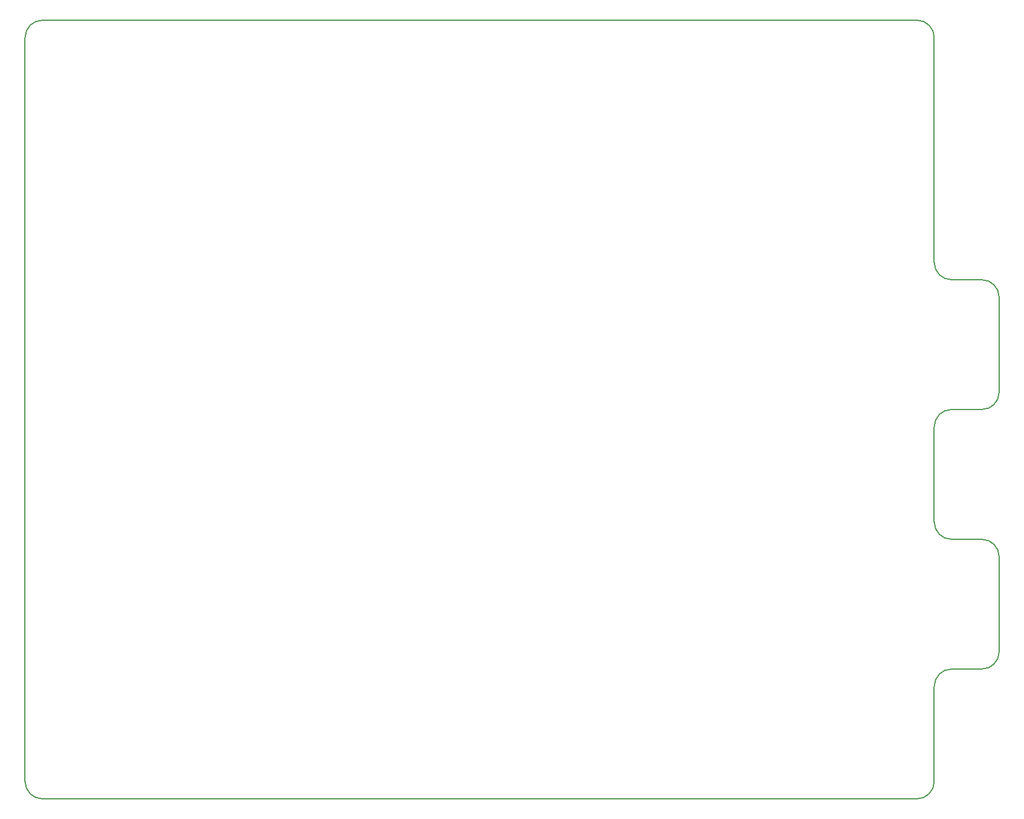
<source format=gbr>
G04 #@! TF.GenerationSoftware,KiCad,Pcbnew,(5.0.0)*
G04 #@! TF.CreationDate,2018-12-18T10:24:29+09:00*
G04 #@! TF.ProjectId,hecomi,6865636F6D692E6B696361645F706362,rev?*
G04 #@! TF.SameCoordinates,Original*
G04 #@! TF.FileFunction,Profile,NP*
%FSLAX46Y46*%
G04 Gerber Fmt 4.6, Leading zero omitted, Abs format (unit mm)*
G04 Created by KiCad (PCBNEW (5.0.0)) date 12/18/18 10:24:29*
%MOMM*%
%LPD*%
G01*
G04 APERTURE LIST*
%ADD10C,0.150000*%
%ADD11C,0.200000*%
G04 APERTURE END LIST*
D10*
X159385000Y9525000D02*
G75*
G02X161925000Y6985000I0J-2540000D01*
G01*
X164465000Y-28575000D02*
G75*
G02X161925000Y-26035000I0J2540000D01*
G01*
X168910000Y-28575000D02*
G75*
G02X171450000Y-31115000I0J-2540000D01*
G01*
X171450000Y-45085000D02*
G75*
G02X168910000Y-47625000I-2540000J0D01*
G01*
X161925000Y-50165000D02*
G75*
G02X164465000Y-47625000I2540000J0D01*
G01*
X164465000Y-66675000D02*
G75*
G02X161925000Y-64135000I0J2540000D01*
G01*
X168910000Y-66675000D02*
G75*
G02X171450000Y-69215000I0J-2540000D01*
G01*
X171450000Y-83185000D02*
G75*
G02X168910000Y-85725000I-2540000J0D01*
G01*
X161925000Y-88265000D02*
G75*
G02X164465000Y-85725000I2540000J0D01*
G01*
X161925000Y-102235000D02*
G75*
G02X159385000Y-104775000I-2540000J0D01*
G01*
D11*
X31115000Y-104775000D02*
G75*
G02X28575000Y-102235000I0J2540000D01*
G01*
X28575000Y6985000D02*
G75*
G02X31115000Y9525000I2540000J0D01*
G01*
D10*
X28575000Y-102235000D02*
X28575000Y-57150000D01*
X159385000Y-104775000D02*
X31115000Y-104775000D01*
X161925000Y-88265000D02*
X161925000Y-102235000D01*
X168910000Y-85725000D02*
X164465000Y-85725000D01*
X171450000Y-69215000D02*
X171450000Y-83185000D01*
X164465000Y-66675000D02*
X168910000Y-66675000D01*
X161925000Y-50165000D02*
X161925000Y-64135000D01*
X168910000Y-47625000D02*
X164465000Y-47625000D01*
X171450000Y-31115000D02*
X171450000Y-45085000D01*
X164465000Y-28575000D02*
X168910000Y-28575000D01*
X161925000Y6985000D02*
X161925000Y-26035000D01*
X31115000Y9525000D02*
X159385000Y9525000D01*
X28575000Y-57150000D02*
X28575000Y6985000D01*
M02*

</source>
